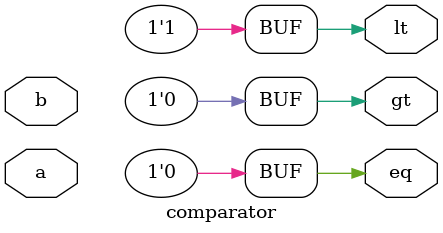
<source format=v>
module comparator(a,b,eq,lt,gt);
input [3:0] a,b;
output reg eq,lt,gt;
always @(a,b)
begin
if (a==b)
begin
eq = 1'b1;
lt = 1'b0;
gt = 1'b0;
end
else if (a>b)
begin
eq = 1'b0;
lt = 1'b0;
gt = 1'b1;
end
begin
eq = 1'b0;
lt = 1'b1;
gt = 1'b0;
end
end
endmodule

</source>
